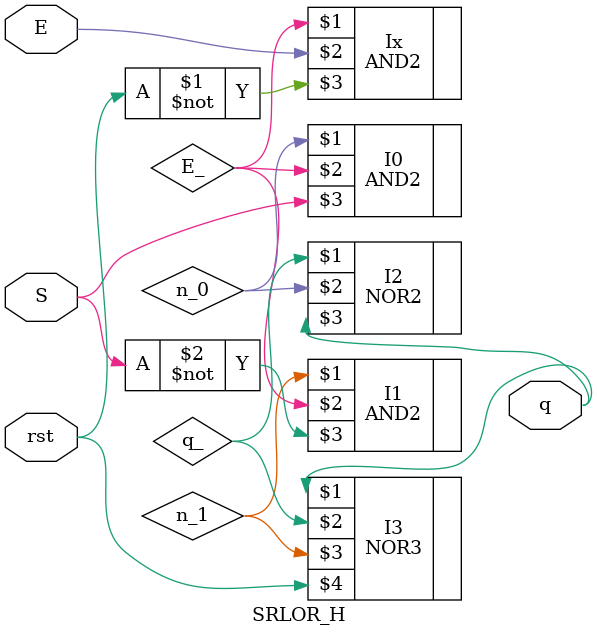
<source format=v>
/*
	eTeak synthesiser for the Balsa language
	Copyright (C) 2012- The University of Manchester

	This program is free software: you can redistribute it and/or modify
	it under the terms of the GNU General Public License as published by
	the Free Software Foundation, either version 3 of the License, or
	(at your option) any later version.

	This program is distributed in the hope that it will be useful,
	but WITHOUT ANY WARRANTY; without even the implied warranty of
	MERCHANTABILITY or FITNESS FOR A PARTICULAR PURPOSE.  See the
	GNU General Public License for more details.

	You should have received a copy of the GNU General Public License
	along with this program.  If not, see <http://www.gnu.org/licenses/>.

	Mahdi Jelodari <mamagham@cs.man.ac.uk> (and others, see AUTHORS)
	School of Computer Science, The University of Manchester
	Oxford Road, MANCHESTER, M13 9PL, UK

*/

module SRLOR_H(

output q,
input S,
input E,
input rst
);

wire n_0;
wire n_1;
wire E_;

wire q_ ;

AND2 Ix (E_, E, ~rst);
AND2 I0 (n_0, E_, S);
AND2 I1 (n_1, E_, ~S);

NOR2 I2 (q_, n_0, q);
NOR3 I3 (q, q_, n_1, rst);

endmodule

</source>
